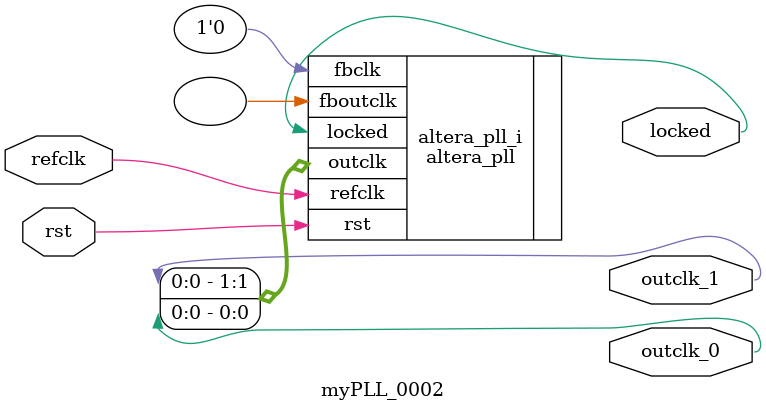
<source format=v>
`timescale 1ns/10ps
module  myPLL_0002(

	// interface 'refclk'
	input wire refclk,

	// interface 'reset'
	input wire rst,

	// interface 'outclk0'
	output wire outclk_0,

	// interface 'outclk1'
	output wire outclk_1,

	// interface 'locked'
	output wire locked
);

	altera_pll #(
		.fractional_vco_multiplier("false"),
		.reference_clock_frequency("50.0 MHz"),
		.operation_mode("direct"),
		.number_of_clocks(2),
		.output_clock_frequency0("25.000000 MHz"),
		.phase_shift0("0 ps"),
		.duty_cycle0(50),
		.output_clock_frequency1("25.000000 MHz"),
		.phase_shift1("20000 ps"),
		.duty_cycle1(50),
		.output_clock_frequency2("0 MHz"),
		.phase_shift2("0 ps"),
		.duty_cycle2(50),
		.output_clock_frequency3("0 MHz"),
		.phase_shift3("0 ps"),
		.duty_cycle3(50),
		.output_clock_frequency4("0 MHz"),
		.phase_shift4("0 ps"),
		.duty_cycle4(50),
		.output_clock_frequency5("0 MHz"),
		.phase_shift5("0 ps"),
		.duty_cycle5(50),
		.output_clock_frequency6("0 MHz"),
		.phase_shift6("0 ps"),
		.duty_cycle6(50),
		.output_clock_frequency7("0 MHz"),
		.phase_shift7("0 ps"),
		.duty_cycle7(50),
		.output_clock_frequency8("0 MHz"),
		.phase_shift8("0 ps"),
		.duty_cycle8(50),
		.output_clock_frequency9("0 MHz"),
		.phase_shift9("0 ps"),
		.duty_cycle9(50),
		.output_clock_frequency10("0 MHz"),
		.phase_shift10("0 ps"),
		.duty_cycle10(50),
		.output_clock_frequency11("0 MHz"),
		.phase_shift11("0 ps"),
		.duty_cycle11(50),
		.output_clock_frequency12("0 MHz"),
		.phase_shift12("0 ps"),
		.duty_cycle12(50),
		.output_clock_frequency13("0 MHz"),
		.phase_shift13("0 ps"),
		.duty_cycle13(50),
		.output_clock_frequency14("0 MHz"),
		.phase_shift14("0 ps"),
		.duty_cycle14(50),
		.output_clock_frequency15("0 MHz"),
		.phase_shift15("0 ps"),
		.duty_cycle15(50),
		.output_clock_frequency16("0 MHz"),
		.phase_shift16("0 ps"),
		.duty_cycle16(50),
		.output_clock_frequency17("0 MHz"),
		.phase_shift17("0 ps"),
		.duty_cycle17(50),
		.pll_type("General"),
		.pll_subtype("General")
	) altera_pll_i (
		.rst	(rst),
		.outclk	({outclk_1, outclk_0}),
		.locked	(locked),
		.fboutclk	( ),
		.fbclk	(1'b0),
		.refclk	(refclk)
	);
endmodule


</source>
